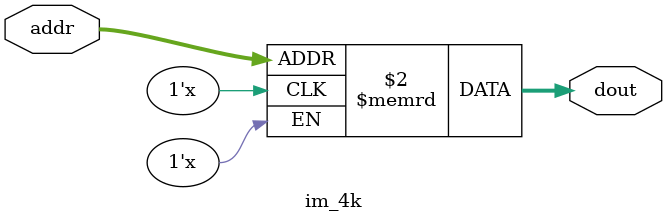
<source format=v>
module im_4k(addr,dout);
  input [11:2] addr;
  output reg[31:0] dout;
  
 	reg [31:0]  IMem[1023:0];
	
	always@(addr)
	begin
		dout = IMem[addr];	
	end
	
endmodule
  

</source>
